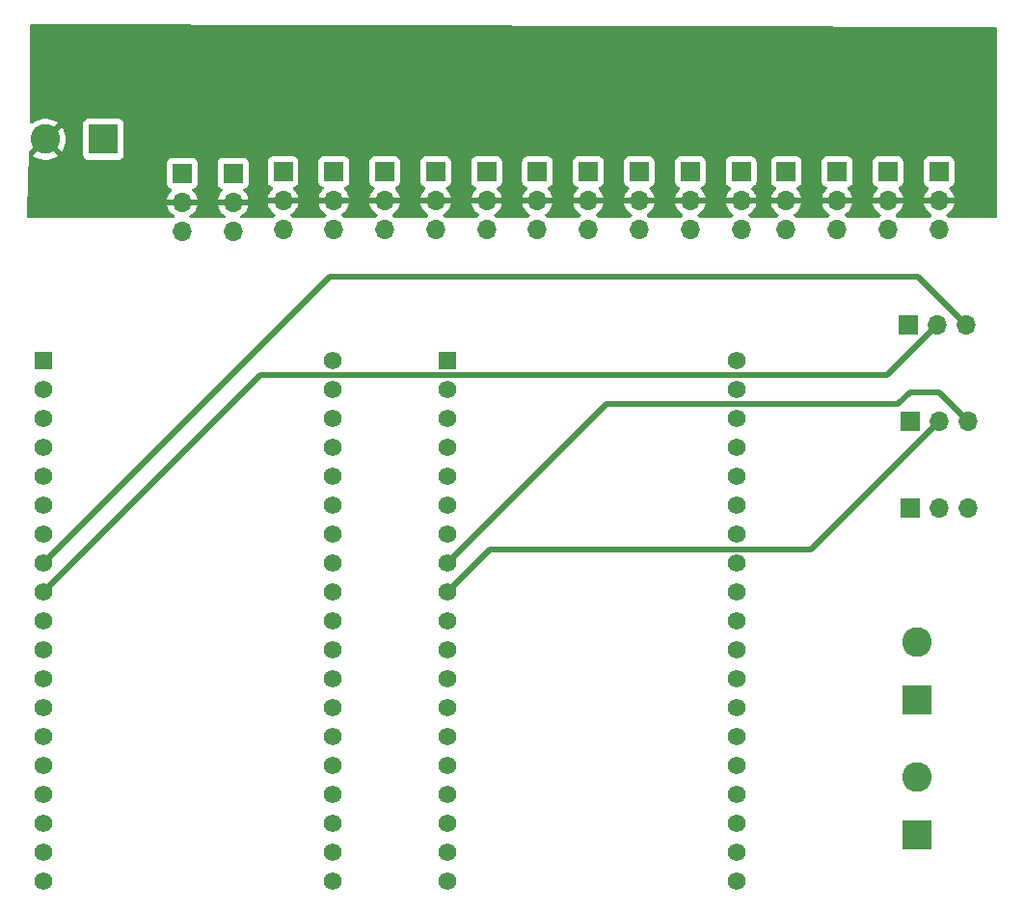
<source format=gbr>
%TF.GenerationSoftware,KiCad,Pcbnew,8.0.8*%
%TF.CreationDate,2025-01-21T20:37:45-05:00*%
%TF.ProjectId,Pit_Droid_Controller,5069745f-4472-46f6-9964-5f436f6e7472,rev?*%
%TF.SameCoordinates,Original*%
%TF.FileFunction,Copper,L3,Inr*%
%TF.FilePolarity,Positive*%
%FSLAX46Y46*%
G04 Gerber Fmt 4.6, Leading zero omitted, Abs format (unit mm)*
G04 Created by KiCad (PCBNEW 8.0.8) date 2025-01-21 20:37:45*
%MOMM*%
%LPD*%
G01*
G04 APERTURE LIST*
%TA.AperFunction,ComponentPad*%
%ADD10R,1.700000X1.700000*%
%TD*%
%TA.AperFunction,ComponentPad*%
%ADD11O,1.700000X1.700000*%
%TD*%
%TA.AperFunction,ComponentPad*%
%ADD12R,1.560000X1.560000*%
%TD*%
%TA.AperFunction,ComponentPad*%
%ADD13C,1.560000*%
%TD*%
%TA.AperFunction,ComponentPad*%
%ADD14R,2.600000X2.600000*%
%TD*%
%TA.AperFunction,ComponentPad*%
%ADD15C,2.600000*%
%TD*%
%TA.AperFunction,Conductor*%
%ADD16C,0.500000*%
%TD*%
G04 APERTURE END LIST*
D10*
%TO.N,GND*%
%TO.C,J7*%
X158083005Y-67005000D03*
D11*
%TO.N,SVR_PWR*%
X158083005Y-69545000D03*
%TO.N,SRV_7*%
X158083005Y-72085000D03*
%TD*%
D10*
%TO.N,GND*%
%TO.C,J17*%
X160020000Y-96520000D03*
D11*
%TO.N,5V*%
X162560000Y-96520000D03*
%TO.N,Misc_1*%
X165100000Y-96520000D03*
%TD*%
D10*
%TO.N,GND*%
%TO.C,J16*%
X127299506Y-67005000D03*
D11*
%TO.N,SVR_PWR*%
X127299506Y-69545000D03*
%TO.N,SRV_16*%
X127299506Y-72085000D03*
%TD*%
D10*
%TO.N,GND*%
%TO.C,J5*%
X149144643Y-67005000D03*
D11*
%TO.N,SVR_PWR*%
X149144643Y-69545000D03*
%TO.N,SRV_5*%
X149144643Y-72085000D03*
%TD*%
D12*
%TO.N,unconnected-(U1-3V3-PadJ2-1)*%
%TO.C,U1*%
X83888000Y-83611000D03*
D13*
%TO.N,unconnected-(U1-EN-PadJ2-2)*%
X83888000Y-86151000D03*
%TO.N,unconnected-(U1-SENSOR_VP-PadJ2-3)*%
X83888000Y-88691000D03*
%TO.N,unconnected-(U1-SENSOR_VN-PadJ2-4)*%
X83888000Y-91231000D03*
%TO.N,unconnected-(U1-IO34-PadJ2-5)*%
X83888000Y-93771000D03*
%TO.N,unconnected-(U1-IO35-PadJ2-6)*%
X83888000Y-96311000D03*
%TO.N,SRV_9*%
X83888000Y-98851000D03*
%TO.N,RA_TX*%
X83888000Y-101391000D03*
%TO.N,RA_RX*%
X83888000Y-103931000D03*
%TO.N,Misc_1*%
X83888000Y-106471000D03*
%TO.N,unconnected-(U1-IO27-PadJ2-11)*%
X83888000Y-109011000D03*
%TO.N,unconnected-(U1-IO14-PadJ2-12)*%
X83888000Y-111551000D03*
%TO.N,unconnected-(U1-IO12-PadJ2-13)*%
X83888000Y-114091000D03*
%TO.N,unconnected-(U1-GND1-PadJ2-14)*%
X83888000Y-116631000D03*
%TO.N,unconnected-(U1-IO13-PadJ2-15)*%
X83888000Y-119171000D03*
%TO.N,unconnected-(U1-SD2-PadJ2-16)*%
X83888000Y-121711000D03*
%TO.N,unconnected-(U1-SD3-PadJ2-17)*%
X83888000Y-124251000D03*
%TO.N,unconnected-(U1-CMD-PadJ2-18)*%
X83888000Y-126791000D03*
%TO.N,5V*%
X83888000Y-129331000D03*
%TO.N,GND*%
X109288000Y-83611000D03*
%TO.N,SRV_15*%
X109288000Y-86151000D03*
%TO.N,SRV_16*%
X109288000Y-88691000D03*
%TO.N,unconnected-(U1-TXD0-PadJ3-4)*%
X109288000Y-91231000D03*
%TO.N,unconnected-(U1-RXD0-PadJ3-5)*%
X109288000Y-93771000D03*
%TO.N,SRV_14*%
X109288000Y-96311000D03*
%TO.N,unconnected-(U1-GND2-PadJ3-7)*%
X109288000Y-98851000D03*
%TO.N,SRV_13*%
X109288000Y-101391000D03*
%TO.N,SRV_12*%
X109288000Y-103931000D03*
%TO.N,unconnected-(U1-IO5-PadJ3-10)*%
X109288000Y-106471000D03*
%TO.N,SRV_11*%
X109288000Y-109011000D03*
%TO.N,SRV_10*%
X109288000Y-111551000D03*
%TO.N,unconnected-(U1-IO4-PadJ3-13)*%
X109288000Y-114091000D03*
%TO.N,unconnected-(U1-IO0-PadJ3-14)*%
X109288000Y-116631000D03*
%TO.N,unconnected-(U1-IO2-PadJ3-15)*%
X109288000Y-119171000D03*
%TO.N,unconnected-(U1-IO15-PadJ3-16)*%
X109288000Y-121711000D03*
%TO.N,unconnected-(U1-SD1-PadJ3-17)*%
X109288000Y-124251000D03*
%TO.N,unconnected-(U1-SD0-PadJ3-18)*%
X109288000Y-126791000D03*
%TO.N,unconnected-(U1-CLK-PadJ3-19)*%
X109288000Y-129331000D03*
%TD*%
D10*
%TO.N,GND*%
%TO.C,J15*%
X122830325Y-67005000D03*
D11*
%TO.N,SVR_PWR*%
X122830325Y-69545000D03*
%TO.N,SRV_15*%
X122830325Y-72085000D03*
%TD*%
D10*
%TO.N,GND*%
%TO.C,J2*%
X136237868Y-67005000D03*
D11*
%TO.N,SVR_PWR*%
X136237868Y-69545000D03*
%TO.N,SRV_2*%
X136237868Y-72085000D03*
%TD*%
D14*
%TO.N,GND*%
%TO.C,J50*%
X89171000Y-64155000D03*
D15*
%TO.N,SVR_PWR*%
X84091000Y-64155000D03*
%TD*%
D10*
%TO.N,GND*%
%TO.C,J13*%
X113891963Y-67005000D03*
D11*
%TO.N,SVR_PWR*%
X113891963Y-69545000D03*
%TO.N,SRV_13*%
X113891963Y-72085000D03*
%TD*%
D10*
%TO.N,GND*%
%TO.C,J11*%
X104953601Y-67005000D03*
D11*
%TO.N,SVR_PWR*%
X104953601Y-69545000D03*
%TO.N,SRV_11*%
X104953601Y-72085000D03*
%TD*%
D10*
%TO.N,GND*%
%TO.C,J6*%
X153613824Y-67005000D03*
D11*
%TO.N,SVR_PWR*%
X153613824Y-69545000D03*
%TO.N,SRV_6*%
X153613824Y-72085000D03*
%TD*%
D12*
%TO.N,unconnected-(U4-3V3-PadJ2-1)*%
%TO.C,U4*%
X119380000Y-83611000D03*
D13*
%TO.N,unconnected-(U4-EN-PadJ2-2)*%
X119380000Y-86151000D03*
%TO.N,unconnected-(U4-SENSOR_VP-PadJ2-3)*%
X119380000Y-88691000D03*
%TO.N,unconnected-(U4-SENSOR_VN-PadJ2-4)*%
X119380000Y-91231000D03*
%TO.N,unconnected-(U4-IO34-PadJ2-5)*%
X119380000Y-93771000D03*
%TO.N,unconnected-(U4-IO35-PadJ2-6)*%
X119380000Y-96311000D03*
%TO.N,SRV_1*%
X119380000Y-98851000D03*
%TO.N,LA_TX*%
X119380000Y-101391000D03*
%TO.N,LA_RX*%
X119380000Y-103931000D03*
%TO.N,unconnected-(U4-IO26-PadJ2-10)*%
X119380000Y-106471000D03*
%TO.N,unconnected-(U4-IO27-PadJ2-11)*%
X119380000Y-109011000D03*
%TO.N,unconnected-(U4-IO14-PadJ2-12)*%
X119380000Y-111551000D03*
%TO.N,unconnected-(U4-IO12-PadJ2-13)*%
X119380000Y-114091000D03*
%TO.N,unconnected-(U4-GND1-PadJ2-14)*%
X119380000Y-116631000D03*
%TO.N,unconnected-(U4-IO13-PadJ2-15)*%
X119380000Y-119171000D03*
%TO.N,unconnected-(U4-SD2-PadJ2-16)*%
X119380000Y-121711000D03*
%TO.N,unconnected-(U4-SD3-PadJ2-17)*%
X119380000Y-124251000D03*
%TO.N,unconnected-(U4-CMD-PadJ2-18)*%
X119380000Y-126791000D03*
%TO.N,5V*%
X119380000Y-129331000D03*
%TO.N,GND*%
X144780000Y-83611000D03*
%TO.N,SRV_5*%
X144780000Y-86151000D03*
%TO.N,SRV_6*%
X144780000Y-88691000D03*
%TO.N,unconnected-(U4-TXD0-PadJ3-4)*%
X144780000Y-91231000D03*
%TO.N,unconnected-(U4-RXD0-PadJ3-5)*%
X144780000Y-93771000D03*
%TO.N,SRV_7*%
X144780000Y-96311000D03*
%TO.N,unconnected-(U4-GND2-PadJ3-7)*%
X144780000Y-98851000D03*
%TO.N,SRV_8*%
X144780000Y-101391000D03*
%TO.N,SRV_4*%
X144780000Y-103931000D03*
%TO.N,unconnected-(U4-IO5-PadJ3-10)*%
X144780000Y-106471000D03*
%TO.N,SRV_3*%
X144780000Y-109011000D03*
%TO.N,SRV_2*%
X144780000Y-111551000D03*
%TO.N,unconnected-(U4-IO4-PadJ3-13)*%
X144780000Y-114091000D03*
%TO.N,unconnected-(U4-IO0-PadJ3-14)*%
X144780000Y-116631000D03*
%TO.N,unconnected-(U4-IO2-PadJ3-15)*%
X144780000Y-119171000D03*
%TO.N,unconnected-(U4-IO15-PadJ3-16)*%
X144780000Y-121711000D03*
%TO.N,unconnected-(U4-SD1-PadJ3-17)*%
X144780000Y-124251000D03*
%TO.N,unconnected-(U4-SD0-PadJ3-18)*%
X144780000Y-126791000D03*
%TO.N,unconnected-(U4-CLK-PadJ3-19)*%
X144780000Y-129331000D03*
%TD*%
D10*
%TO.N,GND*%
%TO.C,J32*%
X159894084Y-80488027D03*
D11*
%TO.N,RA_RX*%
X162434084Y-80488027D03*
%TO.N,RA_TX*%
X164974084Y-80488027D03*
%TD*%
D10*
%TO.N,GND*%
%TO.C,J3*%
X140707049Y-67005000D03*
D11*
%TO.N,SVR_PWR*%
X140707049Y-69545000D03*
%TO.N,SRV_3*%
X140707049Y-72085000D03*
%TD*%
D10*
%TO.N,GND*%
%TO.C,J1*%
X131768687Y-67005000D03*
D11*
%TO.N,SVR_PWR*%
X131768687Y-69545000D03*
%TO.N,SRV_1*%
X131768687Y-72085000D03*
%TD*%
D10*
%TO.N,GND*%
%TO.C,J4*%
X145176230Y-67005000D03*
D11*
%TO.N,SVR_PWR*%
X145176230Y-69545000D03*
%TO.N,SRV_4*%
X145176230Y-72085000D03*
%TD*%
D14*
%TO.N,GND*%
%TO.C,J51*%
X160636000Y-125267000D03*
D15*
%TO.N,5V*%
X160636000Y-120187000D03*
%TD*%
D10*
%TO.N,GND*%
%TO.C,J9*%
X96095133Y-67142489D03*
D11*
%TO.N,SVR_PWR*%
X96095133Y-69682489D03*
%TO.N,SRV_9*%
X96095133Y-72222489D03*
%TD*%
D14*
%TO.N,GND*%
%TO.C,J28*%
X160636000Y-113353000D03*
D15*
%TO.N,5V*%
X160636000Y-108273000D03*
%TD*%
D10*
%TO.N,GND*%
%TO.C,J12*%
X109422782Y-67005000D03*
D11*
%TO.N,SVR_PWR*%
X109422782Y-69545000D03*
%TO.N,SRV_12*%
X109422782Y-72085000D03*
%TD*%
D10*
%TO.N,GND*%
%TO.C,J14*%
X118361144Y-67005000D03*
D11*
%TO.N,SVR_PWR*%
X118361144Y-69545000D03*
%TO.N,SRV_14*%
X118361144Y-72085000D03*
%TD*%
D10*
%TO.N,GND*%
%TO.C,J31*%
X160020000Y-88900000D03*
D11*
%TO.N,LA_RX*%
X162560000Y-88900000D03*
%TO.N,LA_TX*%
X165100000Y-88900000D03*
%TD*%
D10*
%TO.N,GND*%
%TO.C,J10*%
X100564315Y-67142489D03*
D11*
%TO.N,SVR_PWR*%
X100564315Y-69682489D03*
%TO.N,SRV_10*%
X100564315Y-72222489D03*
%TD*%
D10*
%TO.N,GND*%
%TO.C,J8*%
X162552186Y-67005000D03*
D11*
%TO.N,SVR_PWR*%
X162552186Y-69545000D03*
%TO.N,SRV_8*%
X162552186Y-72085000D03*
%TD*%
D16*
%TO.N,LA_RX*%
X151298528Y-100161472D02*
X162560000Y-88900000D01*
X123149528Y-100161472D02*
X151298528Y-100161472D01*
X119380000Y-103931000D02*
X123149528Y-100161472D01*
%TO.N,LA_TX*%
X119380000Y-101391000D02*
X133339410Y-87431590D01*
X162560000Y-86360000D02*
X165100000Y-88900000D01*
X160020000Y-86360000D02*
X162560000Y-86360000D01*
X133339410Y-87431590D02*
X158948410Y-87431590D01*
X158948410Y-87431590D02*
X160020000Y-86360000D01*
%TO.N,RA_RX*%
X102926416Y-84892584D02*
X158029527Y-84892584D01*
X158029527Y-84892584D02*
X162434084Y-80488027D01*
X83888000Y-103931000D02*
X102926416Y-84892584D01*
%TO.N,RA_TX*%
X164974084Y-80488027D02*
X164974084Y-80488028D01*
X109079000Y-76200000D02*
X160686057Y-76200000D01*
X160686057Y-76200000D02*
X164974084Y-80488027D01*
X83888000Y-101391000D02*
X109079000Y-76200000D01*
%TD*%
%TA.AperFunction,Conductor*%
%TO.N,SVR_PWR*%
G36*
X167516371Y-54304630D02*
G01*
X167583351Y-54324515D01*
X167628948Y-54377455D01*
X167640000Y-54428629D01*
X167640000Y-70945000D01*
X167620315Y-71012039D01*
X167567511Y-71057794D01*
X167516000Y-71069000D01*
X163494811Y-71069000D01*
X163427772Y-71049315D01*
X163423687Y-71046575D01*
X163237591Y-70916269D01*
X163193967Y-70861692D01*
X163186774Y-70792193D01*
X163218296Y-70729839D01*
X163237591Y-70713119D01*
X163423268Y-70583105D01*
X163590291Y-70416082D01*
X163725786Y-70222578D01*
X163825615Y-70008492D01*
X163825618Y-70008486D01*
X163882822Y-69795000D01*
X162985198Y-69795000D01*
X163018111Y-69737993D01*
X163052186Y-69610826D01*
X163052186Y-69479174D01*
X163018111Y-69352007D01*
X162985198Y-69295000D01*
X163882822Y-69295000D01*
X163882821Y-69294999D01*
X163825618Y-69081513D01*
X163825615Y-69081507D01*
X163725786Y-68867422D01*
X163725785Y-68867420D01*
X163590299Y-68673926D01*
X163590294Y-68673920D01*
X163468239Y-68551865D01*
X163434754Y-68490542D01*
X163439738Y-68420850D01*
X163481610Y-68364917D01*
X163512586Y-68348002D01*
X163644517Y-68298796D01*
X163759732Y-68212546D01*
X163845982Y-68097331D01*
X163896277Y-67962483D01*
X163902686Y-67902873D01*
X163902685Y-66107128D01*
X163896277Y-66047517D01*
X163861770Y-65955000D01*
X163845983Y-65912671D01*
X163845979Y-65912664D01*
X163759733Y-65797455D01*
X163759730Y-65797452D01*
X163644521Y-65711206D01*
X163644514Y-65711202D01*
X163509668Y-65660908D01*
X163509669Y-65660908D01*
X163450069Y-65654501D01*
X163450067Y-65654500D01*
X163450059Y-65654500D01*
X163450050Y-65654500D01*
X161654315Y-65654500D01*
X161654309Y-65654501D01*
X161594702Y-65660908D01*
X161459857Y-65711202D01*
X161459850Y-65711206D01*
X161344641Y-65797452D01*
X161344638Y-65797455D01*
X161258392Y-65912664D01*
X161258388Y-65912671D01*
X161208094Y-66047517D01*
X161201687Y-66107116D01*
X161201687Y-66107123D01*
X161201686Y-66107135D01*
X161201686Y-67902870D01*
X161201687Y-67902876D01*
X161208094Y-67962483D01*
X161258388Y-68097328D01*
X161258392Y-68097335D01*
X161344638Y-68212544D01*
X161344641Y-68212547D01*
X161459850Y-68298793D01*
X161459857Y-68298797D01*
X161459860Y-68298798D01*
X161591784Y-68348002D01*
X161647717Y-68389873D01*
X161672135Y-68455337D01*
X161657284Y-68523610D01*
X161636133Y-68551865D01*
X161514072Y-68673926D01*
X161378586Y-68867420D01*
X161378585Y-68867422D01*
X161278756Y-69081507D01*
X161278753Y-69081513D01*
X161221550Y-69294999D01*
X161221550Y-69295000D01*
X162119174Y-69295000D01*
X162086261Y-69352007D01*
X162052186Y-69479174D01*
X162052186Y-69610826D01*
X162086261Y-69737993D01*
X162119174Y-69795000D01*
X161221550Y-69795000D01*
X161278753Y-70008486D01*
X161278756Y-70008492D01*
X161378585Y-70222578D01*
X161514080Y-70416082D01*
X161681103Y-70583105D01*
X161866781Y-70713119D01*
X161910405Y-70767696D01*
X161917598Y-70837195D01*
X161886076Y-70899549D01*
X161866781Y-70916269D01*
X161680685Y-71046575D01*
X161614478Y-71068902D01*
X161609561Y-71069000D01*
X159025630Y-71069000D01*
X158958591Y-71049315D01*
X158954506Y-71046575D01*
X158768410Y-70916269D01*
X158724786Y-70861692D01*
X158717593Y-70792193D01*
X158749115Y-70729839D01*
X158768410Y-70713119D01*
X158954087Y-70583105D01*
X159121110Y-70416082D01*
X159256605Y-70222578D01*
X159356434Y-70008492D01*
X159356437Y-70008486D01*
X159413641Y-69795000D01*
X158516017Y-69795000D01*
X158548930Y-69737993D01*
X158583005Y-69610826D01*
X158583005Y-69479174D01*
X158548930Y-69352007D01*
X158516017Y-69295000D01*
X159413641Y-69295000D01*
X159413640Y-69294999D01*
X159356437Y-69081513D01*
X159356434Y-69081507D01*
X159256605Y-68867422D01*
X159256604Y-68867420D01*
X159121118Y-68673926D01*
X159121113Y-68673920D01*
X158999058Y-68551865D01*
X158965573Y-68490542D01*
X158970557Y-68420850D01*
X159012429Y-68364917D01*
X159043405Y-68348002D01*
X159175336Y-68298796D01*
X159290551Y-68212546D01*
X159376801Y-68097331D01*
X159427096Y-67962483D01*
X159433505Y-67902873D01*
X159433504Y-66107128D01*
X159427096Y-66047517D01*
X159392589Y-65955000D01*
X159376802Y-65912671D01*
X159376798Y-65912664D01*
X159290552Y-65797455D01*
X159290549Y-65797452D01*
X159175340Y-65711206D01*
X159175333Y-65711202D01*
X159040487Y-65660908D01*
X159040488Y-65660908D01*
X158980888Y-65654501D01*
X158980886Y-65654500D01*
X158980878Y-65654500D01*
X158980869Y-65654500D01*
X157185134Y-65654500D01*
X157185128Y-65654501D01*
X157125521Y-65660908D01*
X156990676Y-65711202D01*
X156990669Y-65711206D01*
X156875460Y-65797452D01*
X156875457Y-65797455D01*
X156789211Y-65912664D01*
X156789207Y-65912671D01*
X156738913Y-66047517D01*
X156732506Y-66107116D01*
X156732506Y-66107123D01*
X156732505Y-66107135D01*
X156732505Y-67902870D01*
X156732506Y-67902876D01*
X156738913Y-67962483D01*
X156789207Y-68097328D01*
X156789211Y-68097335D01*
X156875457Y-68212544D01*
X156875460Y-68212547D01*
X156990669Y-68298793D01*
X156990676Y-68298797D01*
X156990679Y-68298798D01*
X157122603Y-68348002D01*
X157178536Y-68389873D01*
X157202954Y-68455337D01*
X157188103Y-68523610D01*
X157166952Y-68551865D01*
X157044891Y-68673926D01*
X156909405Y-68867420D01*
X156909404Y-68867422D01*
X156809575Y-69081507D01*
X156809572Y-69081513D01*
X156752369Y-69294999D01*
X156752369Y-69295000D01*
X157649993Y-69295000D01*
X157617080Y-69352007D01*
X157583005Y-69479174D01*
X157583005Y-69610826D01*
X157617080Y-69737993D01*
X157649993Y-69795000D01*
X156752369Y-69795000D01*
X156809572Y-70008486D01*
X156809575Y-70008492D01*
X156909404Y-70222578D01*
X157044899Y-70416082D01*
X157211922Y-70583105D01*
X157397600Y-70713119D01*
X157441224Y-70767696D01*
X157448417Y-70837195D01*
X157416895Y-70899549D01*
X157397600Y-70916269D01*
X157211504Y-71046575D01*
X157145297Y-71068902D01*
X157140380Y-71069000D01*
X154556449Y-71069000D01*
X154489410Y-71049315D01*
X154485325Y-71046575D01*
X154299229Y-70916269D01*
X154255605Y-70861692D01*
X154248412Y-70792193D01*
X154279934Y-70729839D01*
X154299229Y-70713119D01*
X154484906Y-70583105D01*
X154651929Y-70416082D01*
X154787424Y-70222578D01*
X154887253Y-70008492D01*
X154887256Y-70008486D01*
X154944460Y-69795000D01*
X154046836Y-69795000D01*
X154079749Y-69737993D01*
X154113824Y-69610826D01*
X154113824Y-69479174D01*
X154079749Y-69352007D01*
X154046836Y-69295000D01*
X154944460Y-69295000D01*
X154944459Y-69294999D01*
X154887256Y-69081513D01*
X154887253Y-69081507D01*
X154787424Y-68867422D01*
X154787423Y-68867420D01*
X154651937Y-68673926D01*
X154651932Y-68673920D01*
X154529877Y-68551865D01*
X154496392Y-68490542D01*
X154501376Y-68420850D01*
X154543248Y-68364917D01*
X154574224Y-68348002D01*
X154706155Y-68298796D01*
X154821370Y-68212546D01*
X154907620Y-68097331D01*
X154957915Y-67962483D01*
X154964324Y-67902873D01*
X154964323Y-66107128D01*
X154957915Y-66047517D01*
X154923408Y-65955000D01*
X154907621Y-65912671D01*
X154907617Y-65912664D01*
X154821371Y-65797455D01*
X154821368Y-65797452D01*
X154706159Y-65711206D01*
X154706152Y-65711202D01*
X154571306Y-65660908D01*
X154571307Y-65660908D01*
X154511707Y-65654501D01*
X154511705Y-65654500D01*
X154511697Y-65654500D01*
X154511688Y-65654500D01*
X152715953Y-65654500D01*
X152715947Y-65654501D01*
X152656340Y-65660908D01*
X152521495Y-65711202D01*
X152521488Y-65711206D01*
X152406279Y-65797452D01*
X152406276Y-65797455D01*
X152320030Y-65912664D01*
X152320026Y-65912671D01*
X152269732Y-66047517D01*
X152263325Y-66107116D01*
X152263325Y-66107123D01*
X152263324Y-66107135D01*
X152263324Y-67902870D01*
X152263325Y-67902876D01*
X152269732Y-67962483D01*
X152320026Y-68097328D01*
X152320030Y-68097335D01*
X152406276Y-68212544D01*
X152406279Y-68212547D01*
X152521488Y-68298793D01*
X152521495Y-68298797D01*
X152521498Y-68298798D01*
X152653422Y-68348002D01*
X152709355Y-68389873D01*
X152733773Y-68455337D01*
X152718922Y-68523610D01*
X152697771Y-68551865D01*
X152575710Y-68673926D01*
X152440224Y-68867420D01*
X152440223Y-68867422D01*
X152340394Y-69081507D01*
X152340391Y-69081513D01*
X152283188Y-69294999D01*
X152283188Y-69295000D01*
X153180812Y-69295000D01*
X153147899Y-69352007D01*
X153113824Y-69479174D01*
X153113824Y-69610826D01*
X153147899Y-69737993D01*
X153180812Y-69795000D01*
X152283188Y-69795000D01*
X152340391Y-70008486D01*
X152340394Y-70008492D01*
X152440223Y-70222578D01*
X152575718Y-70416082D01*
X152742741Y-70583105D01*
X152928419Y-70713119D01*
X152972043Y-70767696D01*
X152979236Y-70837195D01*
X152947714Y-70899549D01*
X152928419Y-70916269D01*
X152742323Y-71046575D01*
X152676116Y-71068902D01*
X152671199Y-71069000D01*
X150087268Y-71069000D01*
X150020229Y-71049315D01*
X150016144Y-71046575D01*
X149830048Y-70916269D01*
X149786424Y-70861692D01*
X149779231Y-70792193D01*
X149810753Y-70729839D01*
X149830048Y-70713119D01*
X150015725Y-70583105D01*
X150182748Y-70416082D01*
X150318243Y-70222578D01*
X150418072Y-70008492D01*
X150418075Y-70008486D01*
X150475279Y-69795000D01*
X149577655Y-69795000D01*
X149610568Y-69737993D01*
X149644643Y-69610826D01*
X149644643Y-69479174D01*
X149610568Y-69352007D01*
X149577655Y-69295000D01*
X150475279Y-69295000D01*
X150475278Y-69294999D01*
X150418075Y-69081513D01*
X150418072Y-69081507D01*
X150318243Y-68867422D01*
X150318242Y-68867420D01*
X150182756Y-68673926D01*
X150182751Y-68673920D01*
X150060696Y-68551865D01*
X150027211Y-68490542D01*
X150032195Y-68420850D01*
X150074067Y-68364917D01*
X150105043Y-68348002D01*
X150236974Y-68298796D01*
X150352189Y-68212546D01*
X150438439Y-68097331D01*
X150488734Y-67962483D01*
X150495143Y-67902873D01*
X150495142Y-66107128D01*
X150488734Y-66047517D01*
X150454227Y-65955000D01*
X150438440Y-65912671D01*
X150438436Y-65912664D01*
X150352190Y-65797455D01*
X150352187Y-65797452D01*
X150236978Y-65711206D01*
X150236971Y-65711202D01*
X150102125Y-65660908D01*
X150102126Y-65660908D01*
X150042526Y-65654501D01*
X150042524Y-65654500D01*
X150042516Y-65654500D01*
X150042507Y-65654500D01*
X148246772Y-65654500D01*
X148246766Y-65654501D01*
X148187159Y-65660908D01*
X148052314Y-65711202D01*
X148052307Y-65711206D01*
X147937098Y-65797452D01*
X147937095Y-65797455D01*
X147850849Y-65912664D01*
X147850845Y-65912671D01*
X147800551Y-66047517D01*
X147794144Y-66107116D01*
X147794144Y-66107123D01*
X147794143Y-66107135D01*
X147794143Y-67902870D01*
X147794144Y-67902876D01*
X147800551Y-67962483D01*
X147850845Y-68097328D01*
X147850849Y-68097335D01*
X147937095Y-68212544D01*
X147937098Y-68212547D01*
X148052307Y-68298793D01*
X148052314Y-68298797D01*
X148052317Y-68298798D01*
X148184241Y-68348002D01*
X148240174Y-68389873D01*
X148264592Y-68455337D01*
X148249741Y-68523610D01*
X148228590Y-68551865D01*
X148106529Y-68673926D01*
X147971043Y-68867420D01*
X147971042Y-68867422D01*
X147871213Y-69081507D01*
X147871210Y-69081513D01*
X147814007Y-69294999D01*
X147814007Y-69295000D01*
X148711631Y-69295000D01*
X148678718Y-69352007D01*
X148644643Y-69479174D01*
X148644643Y-69610826D01*
X148678718Y-69737993D01*
X148711631Y-69795000D01*
X147814007Y-69795000D01*
X147871210Y-70008486D01*
X147871213Y-70008492D01*
X147971042Y-70222578D01*
X148106537Y-70416082D01*
X148273560Y-70583105D01*
X148459238Y-70713119D01*
X148502862Y-70767696D01*
X148510055Y-70837195D01*
X148478533Y-70899549D01*
X148459238Y-70916269D01*
X148273142Y-71046575D01*
X148206935Y-71068902D01*
X148202018Y-71069000D01*
X146118855Y-71069000D01*
X146051816Y-71049315D01*
X146047731Y-71046575D01*
X145861635Y-70916269D01*
X145818011Y-70861692D01*
X145810818Y-70792193D01*
X145842340Y-70729839D01*
X145861635Y-70713119D01*
X146047312Y-70583105D01*
X146214335Y-70416082D01*
X146349830Y-70222578D01*
X146449659Y-70008492D01*
X146449662Y-70008486D01*
X146506866Y-69795000D01*
X145609242Y-69795000D01*
X145642155Y-69737993D01*
X145676230Y-69610826D01*
X145676230Y-69479174D01*
X145642155Y-69352007D01*
X145609242Y-69295000D01*
X146506866Y-69295000D01*
X146506865Y-69294999D01*
X146449662Y-69081513D01*
X146449659Y-69081507D01*
X146349830Y-68867422D01*
X146349829Y-68867420D01*
X146214343Y-68673926D01*
X146214338Y-68673920D01*
X146092283Y-68551865D01*
X146058798Y-68490542D01*
X146063782Y-68420850D01*
X146105654Y-68364917D01*
X146136630Y-68348002D01*
X146268561Y-68298796D01*
X146383776Y-68212546D01*
X146470026Y-68097331D01*
X146520321Y-67962483D01*
X146526730Y-67902873D01*
X146526729Y-66107128D01*
X146520321Y-66047517D01*
X146485814Y-65955000D01*
X146470027Y-65912671D01*
X146470023Y-65912664D01*
X146383777Y-65797455D01*
X146383774Y-65797452D01*
X146268565Y-65711206D01*
X146268558Y-65711202D01*
X146133712Y-65660908D01*
X146133713Y-65660908D01*
X146074113Y-65654501D01*
X146074111Y-65654500D01*
X146074103Y-65654500D01*
X146074094Y-65654500D01*
X144278359Y-65654500D01*
X144278353Y-65654501D01*
X144218746Y-65660908D01*
X144083901Y-65711202D01*
X144083894Y-65711206D01*
X143968685Y-65797452D01*
X143968682Y-65797455D01*
X143882436Y-65912664D01*
X143882432Y-65912671D01*
X143832138Y-66047517D01*
X143825731Y-66107116D01*
X143825731Y-66107123D01*
X143825730Y-66107135D01*
X143825730Y-67902870D01*
X143825731Y-67902876D01*
X143832138Y-67962483D01*
X143882432Y-68097328D01*
X143882436Y-68097335D01*
X143968682Y-68212544D01*
X143968685Y-68212547D01*
X144083894Y-68298793D01*
X144083901Y-68298797D01*
X144083904Y-68298798D01*
X144215828Y-68348002D01*
X144271761Y-68389873D01*
X144296179Y-68455337D01*
X144281328Y-68523610D01*
X144260177Y-68551865D01*
X144138116Y-68673926D01*
X144002630Y-68867420D01*
X144002629Y-68867422D01*
X143902800Y-69081507D01*
X143902797Y-69081513D01*
X143845594Y-69294999D01*
X143845594Y-69295000D01*
X144743218Y-69295000D01*
X144710305Y-69352007D01*
X144676230Y-69479174D01*
X144676230Y-69610826D01*
X144710305Y-69737993D01*
X144743218Y-69795000D01*
X143845594Y-69795000D01*
X143902797Y-70008486D01*
X143902800Y-70008492D01*
X144002629Y-70222578D01*
X144138124Y-70416082D01*
X144305147Y-70583105D01*
X144490825Y-70713119D01*
X144534449Y-70767696D01*
X144541642Y-70837195D01*
X144510120Y-70899549D01*
X144490825Y-70916269D01*
X144304729Y-71046575D01*
X144238522Y-71068902D01*
X144233605Y-71069000D01*
X141649674Y-71069000D01*
X141582635Y-71049315D01*
X141578550Y-71046575D01*
X141392454Y-70916269D01*
X141348830Y-70861692D01*
X141341637Y-70792193D01*
X141373159Y-70729839D01*
X141392454Y-70713119D01*
X141578131Y-70583105D01*
X141745154Y-70416082D01*
X141880649Y-70222578D01*
X141980478Y-70008492D01*
X141980481Y-70008486D01*
X142037685Y-69795000D01*
X141140061Y-69795000D01*
X141172974Y-69737993D01*
X141207049Y-69610826D01*
X141207049Y-69479174D01*
X141172974Y-69352007D01*
X141140061Y-69295000D01*
X142037685Y-69295000D01*
X142037684Y-69294999D01*
X141980481Y-69081513D01*
X141980478Y-69081507D01*
X141880649Y-68867422D01*
X141880648Y-68867420D01*
X141745162Y-68673926D01*
X141745157Y-68673920D01*
X141623102Y-68551865D01*
X141589617Y-68490542D01*
X141594601Y-68420850D01*
X141636473Y-68364917D01*
X141667449Y-68348002D01*
X141799380Y-68298796D01*
X141914595Y-68212546D01*
X142000845Y-68097331D01*
X142051140Y-67962483D01*
X142057549Y-67902873D01*
X142057548Y-66107128D01*
X142051140Y-66047517D01*
X142016633Y-65955000D01*
X142000846Y-65912671D01*
X142000842Y-65912664D01*
X141914596Y-65797455D01*
X141914593Y-65797452D01*
X141799384Y-65711206D01*
X141799377Y-65711202D01*
X141664531Y-65660908D01*
X141664532Y-65660908D01*
X141604932Y-65654501D01*
X141604930Y-65654500D01*
X141604922Y-65654500D01*
X141604913Y-65654500D01*
X139809178Y-65654500D01*
X139809172Y-65654501D01*
X139749565Y-65660908D01*
X139614720Y-65711202D01*
X139614713Y-65711206D01*
X139499504Y-65797452D01*
X139499501Y-65797455D01*
X139413255Y-65912664D01*
X139413251Y-65912671D01*
X139362957Y-66047517D01*
X139356550Y-66107116D01*
X139356550Y-66107123D01*
X139356549Y-66107135D01*
X139356549Y-67902870D01*
X139356550Y-67902876D01*
X139362957Y-67962483D01*
X139413251Y-68097328D01*
X139413255Y-68097335D01*
X139499501Y-68212544D01*
X139499504Y-68212547D01*
X139614713Y-68298793D01*
X139614720Y-68298797D01*
X139614723Y-68298798D01*
X139746647Y-68348002D01*
X139802580Y-68389873D01*
X139826998Y-68455337D01*
X139812147Y-68523610D01*
X139790996Y-68551865D01*
X139668935Y-68673926D01*
X139533449Y-68867420D01*
X139533448Y-68867422D01*
X139433619Y-69081507D01*
X139433616Y-69081513D01*
X139376413Y-69294999D01*
X139376413Y-69295000D01*
X140274037Y-69295000D01*
X140241124Y-69352007D01*
X140207049Y-69479174D01*
X140207049Y-69610826D01*
X140241124Y-69737993D01*
X140274037Y-69795000D01*
X139376413Y-69795000D01*
X139433616Y-70008486D01*
X139433619Y-70008492D01*
X139533448Y-70222578D01*
X139668943Y-70416082D01*
X139835966Y-70583105D01*
X140021644Y-70713119D01*
X140065268Y-70767696D01*
X140072461Y-70837195D01*
X140040939Y-70899549D01*
X140021644Y-70916269D01*
X139835548Y-71046575D01*
X139769341Y-71068902D01*
X139764424Y-71069000D01*
X137180493Y-71069000D01*
X137113454Y-71049315D01*
X137109369Y-71046575D01*
X136923273Y-70916269D01*
X136879649Y-70861692D01*
X136872456Y-70792193D01*
X136903978Y-70729839D01*
X136923273Y-70713119D01*
X137108950Y-70583105D01*
X137275973Y-70416082D01*
X137411468Y-70222578D01*
X137511297Y-70008492D01*
X137511300Y-70008486D01*
X137568504Y-69795000D01*
X136670880Y-69795000D01*
X136703793Y-69737993D01*
X136737868Y-69610826D01*
X136737868Y-69479174D01*
X136703793Y-69352007D01*
X136670880Y-69295000D01*
X137568504Y-69295000D01*
X137568503Y-69294999D01*
X137511300Y-69081513D01*
X137511297Y-69081507D01*
X137411468Y-68867422D01*
X137411467Y-68867420D01*
X137275981Y-68673926D01*
X137275976Y-68673920D01*
X137153921Y-68551865D01*
X137120436Y-68490542D01*
X137125420Y-68420850D01*
X137167292Y-68364917D01*
X137198268Y-68348002D01*
X137330199Y-68298796D01*
X137445414Y-68212546D01*
X137531664Y-68097331D01*
X137581959Y-67962483D01*
X137588368Y-67902873D01*
X137588367Y-66107128D01*
X137581959Y-66047517D01*
X137547452Y-65955000D01*
X137531665Y-65912671D01*
X137531661Y-65912664D01*
X137445415Y-65797455D01*
X137445412Y-65797452D01*
X137330203Y-65711206D01*
X137330196Y-65711202D01*
X137195350Y-65660908D01*
X137195351Y-65660908D01*
X137135751Y-65654501D01*
X137135749Y-65654500D01*
X137135741Y-65654500D01*
X137135732Y-65654500D01*
X135339997Y-65654500D01*
X135339991Y-65654501D01*
X135280384Y-65660908D01*
X135145539Y-65711202D01*
X135145532Y-65711206D01*
X135030323Y-65797452D01*
X135030320Y-65797455D01*
X134944074Y-65912664D01*
X134944070Y-65912671D01*
X134893776Y-66047517D01*
X134887369Y-66107116D01*
X134887369Y-66107123D01*
X134887368Y-66107135D01*
X134887368Y-67902870D01*
X134887369Y-67902876D01*
X134893776Y-67962483D01*
X134944070Y-68097328D01*
X134944074Y-68097335D01*
X135030320Y-68212544D01*
X135030323Y-68212547D01*
X135145532Y-68298793D01*
X135145539Y-68298797D01*
X135145542Y-68298798D01*
X135277466Y-68348002D01*
X135333399Y-68389873D01*
X135357817Y-68455337D01*
X135342966Y-68523610D01*
X135321815Y-68551865D01*
X135199754Y-68673926D01*
X135064268Y-68867420D01*
X135064267Y-68867422D01*
X134964438Y-69081507D01*
X134964435Y-69081513D01*
X134907232Y-69294999D01*
X134907232Y-69295000D01*
X135804856Y-69295000D01*
X135771943Y-69352007D01*
X135737868Y-69479174D01*
X135737868Y-69610826D01*
X135771943Y-69737993D01*
X135804856Y-69795000D01*
X134907232Y-69795000D01*
X134964435Y-70008486D01*
X134964438Y-70008492D01*
X135064267Y-70222578D01*
X135199762Y-70416082D01*
X135366785Y-70583105D01*
X135552463Y-70713119D01*
X135596087Y-70767696D01*
X135603280Y-70837195D01*
X135571758Y-70899549D01*
X135552463Y-70916269D01*
X135366367Y-71046575D01*
X135300160Y-71068902D01*
X135295243Y-71069000D01*
X132711312Y-71069000D01*
X132644273Y-71049315D01*
X132640188Y-71046575D01*
X132454092Y-70916269D01*
X132410468Y-70861692D01*
X132403275Y-70792193D01*
X132434797Y-70729839D01*
X132454092Y-70713119D01*
X132639769Y-70583105D01*
X132806792Y-70416082D01*
X132942287Y-70222578D01*
X133042116Y-70008492D01*
X133042119Y-70008486D01*
X133099323Y-69795000D01*
X132201699Y-69795000D01*
X132234612Y-69737993D01*
X132268687Y-69610826D01*
X132268687Y-69479174D01*
X132234612Y-69352007D01*
X132201699Y-69295000D01*
X133099323Y-69295000D01*
X133099322Y-69294999D01*
X133042119Y-69081513D01*
X133042116Y-69081507D01*
X132942287Y-68867422D01*
X132942286Y-68867420D01*
X132806800Y-68673926D01*
X132806795Y-68673920D01*
X132684740Y-68551865D01*
X132651255Y-68490542D01*
X132656239Y-68420850D01*
X132698111Y-68364917D01*
X132729087Y-68348002D01*
X132861018Y-68298796D01*
X132976233Y-68212546D01*
X133062483Y-68097331D01*
X133112778Y-67962483D01*
X133119187Y-67902873D01*
X133119186Y-66107128D01*
X133112778Y-66047517D01*
X133078271Y-65955000D01*
X133062484Y-65912671D01*
X133062480Y-65912664D01*
X132976234Y-65797455D01*
X132976231Y-65797452D01*
X132861022Y-65711206D01*
X132861015Y-65711202D01*
X132726169Y-65660908D01*
X132726170Y-65660908D01*
X132666570Y-65654501D01*
X132666568Y-65654500D01*
X132666560Y-65654500D01*
X132666551Y-65654500D01*
X130870816Y-65654500D01*
X130870810Y-65654501D01*
X130811203Y-65660908D01*
X130676358Y-65711202D01*
X130676351Y-65711206D01*
X130561142Y-65797452D01*
X130561139Y-65797455D01*
X130474893Y-65912664D01*
X130474889Y-65912671D01*
X130424595Y-66047517D01*
X130418188Y-66107116D01*
X130418188Y-66107123D01*
X130418187Y-66107135D01*
X130418187Y-67902870D01*
X130418188Y-67902876D01*
X130424595Y-67962483D01*
X130474889Y-68097328D01*
X130474893Y-68097335D01*
X130561139Y-68212544D01*
X130561142Y-68212547D01*
X130676351Y-68298793D01*
X130676358Y-68298797D01*
X130676361Y-68298798D01*
X130808285Y-68348002D01*
X130864218Y-68389873D01*
X130888636Y-68455337D01*
X130873785Y-68523610D01*
X130852634Y-68551865D01*
X130730573Y-68673926D01*
X130595087Y-68867420D01*
X130595086Y-68867422D01*
X130495257Y-69081507D01*
X130495254Y-69081513D01*
X130438051Y-69294999D01*
X130438051Y-69295000D01*
X131335675Y-69295000D01*
X131302762Y-69352007D01*
X131268687Y-69479174D01*
X131268687Y-69610826D01*
X131302762Y-69737993D01*
X131335675Y-69795000D01*
X130438051Y-69795000D01*
X130495254Y-70008486D01*
X130495257Y-70008492D01*
X130595086Y-70222578D01*
X130730581Y-70416082D01*
X130897604Y-70583105D01*
X131083282Y-70713119D01*
X131126906Y-70767696D01*
X131134099Y-70837195D01*
X131102577Y-70899549D01*
X131083282Y-70916269D01*
X130897186Y-71046575D01*
X130830979Y-71068902D01*
X130826062Y-71069000D01*
X128242131Y-71069000D01*
X128175092Y-71049315D01*
X128171007Y-71046575D01*
X127984911Y-70916269D01*
X127941287Y-70861692D01*
X127934094Y-70792193D01*
X127965616Y-70729839D01*
X127984911Y-70713119D01*
X128170588Y-70583105D01*
X128337611Y-70416082D01*
X128473106Y-70222578D01*
X128572935Y-70008492D01*
X128572938Y-70008486D01*
X128630142Y-69795000D01*
X127732518Y-69795000D01*
X127765431Y-69737993D01*
X127799506Y-69610826D01*
X127799506Y-69479174D01*
X127765431Y-69352007D01*
X127732518Y-69295000D01*
X128630142Y-69295000D01*
X128630141Y-69294999D01*
X128572938Y-69081513D01*
X128572935Y-69081507D01*
X128473106Y-68867422D01*
X128473105Y-68867420D01*
X128337619Y-68673926D01*
X128337614Y-68673920D01*
X128215559Y-68551865D01*
X128182074Y-68490542D01*
X128187058Y-68420850D01*
X128228930Y-68364917D01*
X128259906Y-68348002D01*
X128391837Y-68298796D01*
X128507052Y-68212546D01*
X128593302Y-68097331D01*
X128643597Y-67962483D01*
X128650006Y-67902873D01*
X128650005Y-66107128D01*
X128643597Y-66047517D01*
X128609090Y-65955000D01*
X128593303Y-65912671D01*
X128593299Y-65912664D01*
X128507053Y-65797455D01*
X128507050Y-65797452D01*
X128391841Y-65711206D01*
X128391834Y-65711202D01*
X128256988Y-65660908D01*
X128256989Y-65660908D01*
X128197389Y-65654501D01*
X128197387Y-65654500D01*
X128197379Y-65654500D01*
X128197370Y-65654500D01*
X126401635Y-65654500D01*
X126401629Y-65654501D01*
X126342022Y-65660908D01*
X126207177Y-65711202D01*
X126207170Y-65711206D01*
X126091961Y-65797452D01*
X126091958Y-65797455D01*
X126005712Y-65912664D01*
X126005708Y-65912671D01*
X125955414Y-66047517D01*
X125949007Y-66107116D01*
X125949007Y-66107123D01*
X125949006Y-66107135D01*
X125949006Y-67902870D01*
X125949007Y-67902876D01*
X125955414Y-67962483D01*
X126005708Y-68097328D01*
X126005712Y-68097335D01*
X126091958Y-68212544D01*
X126091961Y-68212547D01*
X126207170Y-68298793D01*
X126207177Y-68298797D01*
X126207180Y-68298798D01*
X126339104Y-68348002D01*
X126395037Y-68389873D01*
X126419455Y-68455337D01*
X126404604Y-68523610D01*
X126383453Y-68551865D01*
X126261392Y-68673926D01*
X126125906Y-68867420D01*
X126125905Y-68867422D01*
X126026076Y-69081507D01*
X126026073Y-69081513D01*
X125968870Y-69294999D01*
X125968870Y-69295000D01*
X126866494Y-69295000D01*
X126833581Y-69352007D01*
X126799506Y-69479174D01*
X126799506Y-69610826D01*
X126833581Y-69737993D01*
X126866494Y-69795000D01*
X125968870Y-69795000D01*
X126026073Y-70008486D01*
X126026076Y-70008492D01*
X126125905Y-70222578D01*
X126261400Y-70416082D01*
X126428423Y-70583105D01*
X126614101Y-70713119D01*
X126657725Y-70767696D01*
X126664918Y-70837195D01*
X126633396Y-70899549D01*
X126614101Y-70916269D01*
X126428005Y-71046575D01*
X126361798Y-71068902D01*
X126356881Y-71069000D01*
X123772950Y-71069000D01*
X123705911Y-71049315D01*
X123701826Y-71046575D01*
X123515730Y-70916269D01*
X123472106Y-70861692D01*
X123464913Y-70792193D01*
X123496435Y-70729839D01*
X123515730Y-70713119D01*
X123701407Y-70583105D01*
X123868430Y-70416082D01*
X124003925Y-70222578D01*
X124103754Y-70008492D01*
X124103757Y-70008486D01*
X124160961Y-69795000D01*
X123263337Y-69795000D01*
X123296250Y-69737993D01*
X123330325Y-69610826D01*
X123330325Y-69479174D01*
X123296250Y-69352007D01*
X123263337Y-69295000D01*
X124160961Y-69295000D01*
X124160960Y-69294999D01*
X124103757Y-69081513D01*
X124103754Y-69081507D01*
X124003925Y-68867422D01*
X124003924Y-68867420D01*
X123868438Y-68673926D01*
X123868433Y-68673920D01*
X123746378Y-68551865D01*
X123712893Y-68490542D01*
X123717877Y-68420850D01*
X123759749Y-68364917D01*
X123790725Y-68348002D01*
X123922656Y-68298796D01*
X124037871Y-68212546D01*
X124124121Y-68097331D01*
X124174416Y-67962483D01*
X124180825Y-67902873D01*
X124180824Y-66107128D01*
X124174416Y-66047517D01*
X124139909Y-65955000D01*
X124124122Y-65912671D01*
X124124118Y-65912664D01*
X124037872Y-65797455D01*
X124037869Y-65797452D01*
X123922660Y-65711206D01*
X123922653Y-65711202D01*
X123787807Y-65660908D01*
X123787808Y-65660908D01*
X123728208Y-65654501D01*
X123728206Y-65654500D01*
X123728198Y-65654500D01*
X123728189Y-65654500D01*
X121932454Y-65654500D01*
X121932448Y-65654501D01*
X121872841Y-65660908D01*
X121737996Y-65711202D01*
X121737989Y-65711206D01*
X121622780Y-65797452D01*
X121622777Y-65797455D01*
X121536531Y-65912664D01*
X121536527Y-65912671D01*
X121486233Y-66047517D01*
X121479826Y-66107116D01*
X121479826Y-66107123D01*
X121479825Y-66107135D01*
X121479825Y-67902870D01*
X121479826Y-67902876D01*
X121486233Y-67962483D01*
X121536527Y-68097328D01*
X121536531Y-68097335D01*
X121622777Y-68212544D01*
X121622780Y-68212547D01*
X121737989Y-68298793D01*
X121737996Y-68298797D01*
X121737999Y-68298798D01*
X121869923Y-68348002D01*
X121925856Y-68389873D01*
X121950274Y-68455337D01*
X121935423Y-68523610D01*
X121914272Y-68551865D01*
X121792211Y-68673926D01*
X121656725Y-68867420D01*
X121656724Y-68867422D01*
X121556895Y-69081507D01*
X121556892Y-69081513D01*
X121499689Y-69294999D01*
X121499689Y-69295000D01*
X122397313Y-69295000D01*
X122364400Y-69352007D01*
X122330325Y-69479174D01*
X122330325Y-69610826D01*
X122364400Y-69737993D01*
X122397313Y-69795000D01*
X121499689Y-69795000D01*
X121556892Y-70008486D01*
X121556895Y-70008492D01*
X121656724Y-70222578D01*
X121792219Y-70416082D01*
X121959242Y-70583105D01*
X122144920Y-70713119D01*
X122188544Y-70767696D01*
X122195737Y-70837195D01*
X122164215Y-70899549D01*
X122144920Y-70916269D01*
X121958824Y-71046575D01*
X121892617Y-71068902D01*
X121887700Y-71069000D01*
X119303769Y-71069000D01*
X119236730Y-71049315D01*
X119232645Y-71046575D01*
X119046549Y-70916269D01*
X119002925Y-70861692D01*
X118995732Y-70792193D01*
X119027254Y-70729839D01*
X119046549Y-70713119D01*
X119232226Y-70583105D01*
X119399249Y-70416082D01*
X119534744Y-70222578D01*
X119634573Y-70008492D01*
X119634576Y-70008486D01*
X119691780Y-69795000D01*
X118794156Y-69795000D01*
X118827069Y-69737993D01*
X118861144Y-69610826D01*
X118861144Y-69479174D01*
X118827069Y-69352007D01*
X118794156Y-69295000D01*
X119691780Y-69295000D01*
X119691779Y-69294999D01*
X119634576Y-69081513D01*
X119634573Y-69081507D01*
X119534744Y-68867422D01*
X119534743Y-68867420D01*
X119399257Y-68673926D01*
X119399252Y-68673920D01*
X119277197Y-68551865D01*
X119243712Y-68490542D01*
X119248696Y-68420850D01*
X119290568Y-68364917D01*
X119321544Y-68348002D01*
X119453475Y-68298796D01*
X119568690Y-68212546D01*
X119654940Y-68097331D01*
X119705235Y-67962483D01*
X119711644Y-67902873D01*
X119711643Y-66107128D01*
X119705235Y-66047517D01*
X119670728Y-65955000D01*
X119654941Y-65912671D01*
X119654937Y-65912664D01*
X119568691Y-65797455D01*
X119568688Y-65797452D01*
X119453479Y-65711206D01*
X119453472Y-65711202D01*
X119318626Y-65660908D01*
X119318627Y-65660908D01*
X119259027Y-65654501D01*
X119259025Y-65654500D01*
X119259017Y-65654500D01*
X119259008Y-65654500D01*
X117463273Y-65654500D01*
X117463267Y-65654501D01*
X117403660Y-65660908D01*
X117268815Y-65711202D01*
X117268808Y-65711206D01*
X117153599Y-65797452D01*
X117153596Y-65797455D01*
X117067350Y-65912664D01*
X117067346Y-65912671D01*
X117017052Y-66047517D01*
X117010645Y-66107116D01*
X117010645Y-66107123D01*
X117010644Y-66107135D01*
X117010644Y-67902870D01*
X117010645Y-67902876D01*
X117017052Y-67962483D01*
X117067346Y-68097328D01*
X117067350Y-68097335D01*
X117153596Y-68212544D01*
X117153599Y-68212547D01*
X117268808Y-68298793D01*
X117268815Y-68298797D01*
X117268818Y-68298798D01*
X117400742Y-68348002D01*
X117456675Y-68389873D01*
X117481093Y-68455337D01*
X117466242Y-68523610D01*
X117445091Y-68551865D01*
X117323030Y-68673926D01*
X117187544Y-68867420D01*
X117187543Y-68867422D01*
X117087714Y-69081507D01*
X117087711Y-69081513D01*
X117030508Y-69294999D01*
X117030508Y-69295000D01*
X117928132Y-69295000D01*
X117895219Y-69352007D01*
X117861144Y-69479174D01*
X117861144Y-69610826D01*
X117895219Y-69737993D01*
X117928132Y-69795000D01*
X117030508Y-69795000D01*
X117087711Y-70008486D01*
X117087714Y-70008492D01*
X117187543Y-70222578D01*
X117323038Y-70416082D01*
X117490061Y-70583105D01*
X117675739Y-70713119D01*
X117719363Y-70767696D01*
X117726556Y-70837195D01*
X117695034Y-70899549D01*
X117675739Y-70916269D01*
X117489643Y-71046575D01*
X117423436Y-71068902D01*
X117418519Y-71069000D01*
X114834588Y-71069000D01*
X114767549Y-71049315D01*
X114763464Y-71046575D01*
X114577368Y-70916269D01*
X114533744Y-70861692D01*
X114526551Y-70792193D01*
X114558073Y-70729839D01*
X114577368Y-70713119D01*
X114763045Y-70583105D01*
X114930068Y-70416082D01*
X115065563Y-70222578D01*
X115165392Y-70008492D01*
X115165395Y-70008486D01*
X115222599Y-69795000D01*
X114324975Y-69795000D01*
X114357888Y-69737993D01*
X114391963Y-69610826D01*
X114391963Y-69479174D01*
X114357888Y-69352007D01*
X114324975Y-69295000D01*
X115222599Y-69295000D01*
X115222598Y-69294999D01*
X115165395Y-69081513D01*
X115165392Y-69081507D01*
X115065563Y-68867422D01*
X115065562Y-68867420D01*
X114930076Y-68673926D01*
X114930071Y-68673920D01*
X114808016Y-68551865D01*
X114774531Y-68490542D01*
X114779515Y-68420850D01*
X114821387Y-68364917D01*
X114852363Y-68348002D01*
X114984294Y-68298796D01*
X115099509Y-68212546D01*
X115185759Y-68097331D01*
X115236054Y-67962483D01*
X115242463Y-67902873D01*
X115242462Y-66107128D01*
X115236054Y-66047517D01*
X115201547Y-65955000D01*
X115185760Y-65912671D01*
X115185756Y-65912664D01*
X115099510Y-65797455D01*
X115099507Y-65797452D01*
X114984298Y-65711206D01*
X114984291Y-65711202D01*
X114849445Y-65660908D01*
X114849446Y-65660908D01*
X114789846Y-65654501D01*
X114789844Y-65654500D01*
X114789836Y-65654500D01*
X114789827Y-65654500D01*
X112994092Y-65654500D01*
X112994086Y-65654501D01*
X112934479Y-65660908D01*
X112799634Y-65711202D01*
X112799627Y-65711206D01*
X112684418Y-65797452D01*
X112684415Y-65797455D01*
X112598169Y-65912664D01*
X112598165Y-65912671D01*
X112547871Y-66047517D01*
X112541464Y-66107116D01*
X112541464Y-66107123D01*
X112541463Y-66107135D01*
X112541463Y-67902870D01*
X112541464Y-67902876D01*
X112547871Y-67962483D01*
X112598165Y-68097328D01*
X112598169Y-68097335D01*
X112684415Y-68212544D01*
X112684418Y-68212547D01*
X112799627Y-68298793D01*
X112799634Y-68298797D01*
X112799637Y-68298798D01*
X112931561Y-68348002D01*
X112987494Y-68389873D01*
X113011912Y-68455337D01*
X112997061Y-68523610D01*
X112975910Y-68551865D01*
X112853849Y-68673926D01*
X112718363Y-68867420D01*
X112718362Y-68867422D01*
X112618533Y-69081507D01*
X112618530Y-69081513D01*
X112561327Y-69294999D01*
X112561327Y-69295000D01*
X113458951Y-69295000D01*
X113426038Y-69352007D01*
X113391963Y-69479174D01*
X113391963Y-69610826D01*
X113426038Y-69737993D01*
X113458951Y-69795000D01*
X112561327Y-69795000D01*
X112618530Y-70008486D01*
X112618533Y-70008492D01*
X112718362Y-70222578D01*
X112853857Y-70416082D01*
X113020880Y-70583105D01*
X113206558Y-70713119D01*
X113250182Y-70767696D01*
X113257375Y-70837195D01*
X113225853Y-70899549D01*
X113206558Y-70916269D01*
X113020462Y-71046575D01*
X112954255Y-71068902D01*
X112949338Y-71069000D01*
X110365407Y-71069000D01*
X110298368Y-71049315D01*
X110294283Y-71046575D01*
X110108187Y-70916269D01*
X110064563Y-70861692D01*
X110057370Y-70792193D01*
X110088892Y-70729839D01*
X110108187Y-70713119D01*
X110293864Y-70583105D01*
X110460887Y-70416082D01*
X110596382Y-70222578D01*
X110696211Y-70008492D01*
X110696214Y-70008486D01*
X110753418Y-69795000D01*
X109855794Y-69795000D01*
X109888707Y-69737993D01*
X109922782Y-69610826D01*
X109922782Y-69479174D01*
X109888707Y-69352007D01*
X109855794Y-69295000D01*
X110753418Y-69295000D01*
X110753417Y-69294999D01*
X110696214Y-69081513D01*
X110696211Y-69081507D01*
X110596382Y-68867422D01*
X110596381Y-68867420D01*
X110460895Y-68673926D01*
X110460890Y-68673920D01*
X110338835Y-68551865D01*
X110305350Y-68490542D01*
X110310334Y-68420850D01*
X110352206Y-68364917D01*
X110383182Y-68348002D01*
X110515113Y-68298796D01*
X110630328Y-68212546D01*
X110716578Y-68097331D01*
X110766873Y-67962483D01*
X110773282Y-67902873D01*
X110773281Y-66107128D01*
X110766873Y-66047517D01*
X110732366Y-65955000D01*
X110716579Y-65912671D01*
X110716575Y-65912664D01*
X110630329Y-65797455D01*
X110630326Y-65797452D01*
X110515117Y-65711206D01*
X110515110Y-65711202D01*
X110380264Y-65660908D01*
X110380265Y-65660908D01*
X110320665Y-65654501D01*
X110320663Y-65654500D01*
X110320655Y-65654500D01*
X110320646Y-65654500D01*
X108524911Y-65654500D01*
X108524905Y-65654501D01*
X108465298Y-65660908D01*
X108330453Y-65711202D01*
X108330446Y-65711206D01*
X108215237Y-65797452D01*
X108215234Y-65797455D01*
X108128988Y-65912664D01*
X108128984Y-65912671D01*
X108078690Y-66047517D01*
X108072283Y-66107116D01*
X108072283Y-66107123D01*
X108072282Y-66107135D01*
X108072282Y-67902870D01*
X108072283Y-67902876D01*
X108078690Y-67962483D01*
X108128984Y-68097328D01*
X108128988Y-68097335D01*
X108215234Y-68212544D01*
X108215237Y-68212547D01*
X108330446Y-68298793D01*
X108330453Y-68298797D01*
X108330456Y-68298798D01*
X108462380Y-68348002D01*
X108518313Y-68389873D01*
X108542731Y-68455337D01*
X108527880Y-68523610D01*
X108506729Y-68551865D01*
X108384668Y-68673926D01*
X108249182Y-68867420D01*
X108249181Y-68867422D01*
X108149352Y-69081507D01*
X108149349Y-69081513D01*
X108092146Y-69294999D01*
X108092146Y-69295000D01*
X108989770Y-69295000D01*
X108956857Y-69352007D01*
X108922782Y-69479174D01*
X108922782Y-69610826D01*
X108956857Y-69737993D01*
X108989770Y-69795000D01*
X108092146Y-69795000D01*
X108149349Y-70008486D01*
X108149352Y-70008492D01*
X108249181Y-70222578D01*
X108384676Y-70416082D01*
X108551699Y-70583105D01*
X108737377Y-70713119D01*
X108781001Y-70767696D01*
X108788194Y-70837195D01*
X108756672Y-70899549D01*
X108737377Y-70916269D01*
X108551281Y-71046575D01*
X108485074Y-71068902D01*
X108480157Y-71069000D01*
X105896226Y-71069000D01*
X105829187Y-71049315D01*
X105825102Y-71046575D01*
X105639006Y-70916269D01*
X105595382Y-70861692D01*
X105588189Y-70792193D01*
X105619711Y-70729839D01*
X105639006Y-70713119D01*
X105824683Y-70583105D01*
X105991706Y-70416082D01*
X106127201Y-70222578D01*
X106227030Y-70008492D01*
X106227033Y-70008486D01*
X106284237Y-69795000D01*
X105386613Y-69795000D01*
X105419526Y-69737993D01*
X105453601Y-69610826D01*
X105453601Y-69479174D01*
X105419526Y-69352007D01*
X105386613Y-69295000D01*
X106284237Y-69295000D01*
X106284236Y-69294999D01*
X106227033Y-69081513D01*
X106227030Y-69081507D01*
X106127201Y-68867422D01*
X106127200Y-68867420D01*
X105991714Y-68673926D01*
X105991709Y-68673920D01*
X105869654Y-68551865D01*
X105836169Y-68490542D01*
X105841153Y-68420850D01*
X105883025Y-68364917D01*
X105914001Y-68348002D01*
X106045932Y-68298796D01*
X106161147Y-68212546D01*
X106247397Y-68097331D01*
X106297692Y-67962483D01*
X106304101Y-67902873D01*
X106304100Y-66107128D01*
X106297692Y-66047517D01*
X106263185Y-65955000D01*
X106247398Y-65912671D01*
X106247394Y-65912664D01*
X106161148Y-65797455D01*
X106161145Y-65797452D01*
X106045936Y-65711206D01*
X106045929Y-65711202D01*
X105911083Y-65660908D01*
X105911084Y-65660908D01*
X105851484Y-65654501D01*
X105851482Y-65654500D01*
X105851474Y-65654500D01*
X105851465Y-65654500D01*
X104055730Y-65654500D01*
X104055724Y-65654501D01*
X103996117Y-65660908D01*
X103861272Y-65711202D01*
X103861265Y-65711206D01*
X103746056Y-65797452D01*
X103746053Y-65797455D01*
X103659807Y-65912664D01*
X103659803Y-65912671D01*
X103609509Y-66047517D01*
X103603102Y-66107116D01*
X103603102Y-66107123D01*
X103603101Y-66107135D01*
X103603101Y-67902870D01*
X103603102Y-67902876D01*
X103609509Y-67962483D01*
X103659803Y-68097328D01*
X103659807Y-68097335D01*
X103746053Y-68212544D01*
X103746056Y-68212547D01*
X103861265Y-68298793D01*
X103861272Y-68298797D01*
X103861275Y-68298798D01*
X103993199Y-68348002D01*
X104049132Y-68389873D01*
X104073550Y-68455337D01*
X104058699Y-68523610D01*
X104037548Y-68551865D01*
X103915487Y-68673926D01*
X103780001Y-68867420D01*
X103780000Y-68867422D01*
X103680171Y-69081507D01*
X103680168Y-69081513D01*
X103622965Y-69294999D01*
X103622965Y-69295000D01*
X104520589Y-69295000D01*
X104487676Y-69352007D01*
X104453601Y-69479174D01*
X104453601Y-69610826D01*
X104487676Y-69737993D01*
X104520589Y-69795000D01*
X103622965Y-69795000D01*
X103680168Y-70008486D01*
X103680171Y-70008492D01*
X103780000Y-70222578D01*
X103915495Y-70416082D01*
X104082518Y-70583105D01*
X104268196Y-70713119D01*
X104311820Y-70767696D01*
X104319013Y-70837195D01*
X104287491Y-70899549D01*
X104268196Y-70916269D01*
X104082100Y-71046575D01*
X104015893Y-71068902D01*
X104010976Y-71069000D01*
X101331103Y-71069000D01*
X101264064Y-71049315D01*
X101218309Y-70996511D01*
X101208365Y-70927353D01*
X101237390Y-70863797D01*
X101259979Y-70843425D01*
X101435397Y-70720594D01*
X101602420Y-70553571D01*
X101737915Y-70360067D01*
X101837744Y-70145981D01*
X101837747Y-70145975D01*
X101894951Y-69932489D01*
X100997327Y-69932489D01*
X101030240Y-69875482D01*
X101064315Y-69748315D01*
X101064315Y-69616663D01*
X101030240Y-69489496D01*
X100997327Y-69432489D01*
X101894951Y-69432489D01*
X101894950Y-69432488D01*
X101837747Y-69219002D01*
X101837744Y-69218996D01*
X101737915Y-69004911D01*
X101737914Y-69004909D01*
X101602428Y-68811415D01*
X101602423Y-68811409D01*
X101480368Y-68689354D01*
X101446883Y-68628031D01*
X101451867Y-68558339D01*
X101493739Y-68502406D01*
X101524715Y-68485491D01*
X101656646Y-68436285D01*
X101771861Y-68350035D01*
X101858111Y-68234820D01*
X101908406Y-68099972D01*
X101914815Y-68040362D01*
X101914814Y-66244617D01*
X101908406Y-66185006D01*
X101879359Y-66107128D01*
X101858112Y-66050160D01*
X101858108Y-66050153D01*
X101771862Y-65934944D01*
X101771859Y-65934941D01*
X101656650Y-65848695D01*
X101656643Y-65848691D01*
X101521797Y-65798397D01*
X101521798Y-65798397D01*
X101462198Y-65791990D01*
X101462196Y-65791989D01*
X101462188Y-65791989D01*
X101462179Y-65791989D01*
X99666444Y-65791989D01*
X99666438Y-65791990D01*
X99606831Y-65798397D01*
X99471986Y-65848691D01*
X99471979Y-65848695D01*
X99356770Y-65934941D01*
X99356767Y-65934944D01*
X99270521Y-66050153D01*
X99270517Y-66050160D01*
X99220223Y-66185006D01*
X99213816Y-66244605D01*
X99213816Y-66244612D01*
X99213815Y-66244624D01*
X99213815Y-68040359D01*
X99213816Y-68040365D01*
X99220223Y-68099972D01*
X99270517Y-68234817D01*
X99270521Y-68234824D01*
X99356767Y-68350033D01*
X99356770Y-68350036D01*
X99471979Y-68436282D01*
X99471986Y-68436286D01*
X99471989Y-68436287D01*
X99603913Y-68485491D01*
X99659846Y-68527362D01*
X99684264Y-68592826D01*
X99669413Y-68661099D01*
X99648262Y-68689354D01*
X99526201Y-68811415D01*
X99390715Y-69004909D01*
X99390714Y-69004911D01*
X99290885Y-69218996D01*
X99290882Y-69219002D01*
X99233679Y-69432488D01*
X99233679Y-69432489D01*
X100131303Y-69432489D01*
X100098390Y-69489496D01*
X100064315Y-69616663D01*
X100064315Y-69748315D01*
X100098390Y-69875482D01*
X100131303Y-69932489D01*
X99233679Y-69932489D01*
X99290882Y-70145975D01*
X99290885Y-70145981D01*
X99390714Y-70360067D01*
X99526209Y-70553571D01*
X99693232Y-70720594D01*
X99868651Y-70843425D01*
X99912276Y-70898003D01*
X99919468Y-70967501D01*
X99887946Y-71029856D01*
X99827716Y-71065269D01*
X99797527Y-71069000D01*
X96861921Y-71069000D01*
X96794882Y-71049315D01*
X96749127Y-70996511D01*
X96739183Y-70927353D01*
X96768208Y-70863797D01*
X96790797Y-70843425D01*
X96966215Y-70720594D01*
X97133238Y-70553571D01*
X97268733Y-70360067D01*
X97368562Y-70145981D01*
X97368565Y-70145975D01*
X97425769Y-69932489D01*
X96528145Y-69932489D01*
X96561058Y-69875482D01*
X96595133Y-69748315D01*
X96595133Y-69616663D01*
X96561058Y-69489496D01*
X96528145Y-69432489D01*
X97425769Y-69432489D01*
X97425768Y-69432488D01*
X97368565Y-69219002D01*
X97368562Y-69218996D01*
X97268733Y-69004911D01*
X97268732Y-69004909D01*
X97133246Y-68811415D01*
X97133241Y-68811409D01*
X97011186Y-68689354D01*
X96977701Y-68628031D01*
X96982685Y-68558339D01*
X97024557Y-68502406D01*
X97055533Y-68485491D01*
X97187464Y-68436285D01*
X97302679Y-68350035D01*
X97388929Y-68234820D01*
X97439224Y-68099972D01*
X97445633Y-68040362D01*
X97445632Y-66244617D01*
X97439224Y-66185006D01*
X97410177Y-66107128D01*
X97388930Y-66050160D01*
X97388926Y-66050153D01*
X97302680Y-65934944D01*
X97302677Y-65934941D01*
X97187468Y-65848695D01*
X97187461Y-65848691D01*
X97052615Y-65798397D01*
X97052616Y-65798397D01*
X96993016Y-65791990D01*
X96993014Y-65791989D01*
X96993006Y-65791989D01*
X96992997Y-65791989D01*
X95197262Y-65791989D01*
X95197256Y-65791990D01*
X95137649Y-65798397D01*
X95002804Y-65848691D01*
X95002797Y-65848695D01*
X94887588Y-65934941D01*
X94887585Y-65934944D01*
X94801339Y-66050153D01*
X94801335Y-66050160D01*
X94751041Y-66185006D01*
X94744634Y-66244605D01*
X94744634Y-66244612D01*
X94744633Y-66244624D01*
X94744633Y-68040359D01*
X94744634Y-68040365D01*
X94751041Y-68099972D01*
X94801335Y-68234817D01*
X94801339Y-68234824D01*
X94887585Y-68350033D01*
X94887588Y-68350036D01*
X95002797Y-68436282D01*
X95002804Y-68436286D01*
X95002807Y-68436287D01*
X95134731Y-68485491D01*
X95190664Y-68527362D01*
X95215082Y-68592826D01*
X95200231Y-68661099D01*
X95179080Y-68689354D01*
X95057019Y-68811415D01*
X94921533Y-69004909D01*
X94921532Y-69004911D01*
X94821703Y-69218996D01*
X94821700Y-69219002D01*
X94764497Y-69432488D01*
X94764497Y-69432489D01*
X95662121Y-69432489D01*
X95629208Y-69489496D01*
X95595133Y-69616663D01*
X95595133Y-69748315D01*
X95629208Y-69875482D01*
X95662121Y-69932489D01*
X94764497Y-69932489D01*
X94821700Y-70145975D01*
X94821703Y-70145981D01*
X94921532Y-70360067D01*
X95057027Y-70553571D01*
X95224050Y-70720594D01*
X95399469Y-70843425D01*
X95443094Y-70898003D01*
X95450286Y-70967501D01*
X95418764Y-71029856D01*
X95358534Y-71065269D01*
X95328345Y-71069000D01*
X82618541Y-71069000D01*
X82551502Y-71049315D01*
X82505747Y-70996511D01*
X82494592Y-70941459D01*
X82504831Y-70583105D01*
X82657639Y-65234805D01*
X83489957Y-64402487D01*
X83514978Y-64462890D01*
X83586112Y-64569351D01*
X83676649Y-64659888D01*
X83783110Y-64731022D01*
X83843511Y-64756041D01*
X83005848Y-65593703D01*
X83188476Y-65718216D01*
X83188485Y-65718221D01*
X83431539Y-65835269D01*
X83431537Y-65835269D01*
X83689337Y-65914790D01*
X83689343Y-65914792D01*
X83956101Y-65954999D01*
X83956110Y-65955000D01*
X84225890Y-65955000D01*
X84225898Y-65954999D01*
X84492656Y-65914792D01*
X84492662Y-65914790D01*
X84750461Y-65835269D01*
X84993516Y-65718221D01*
X84993517Y-65718220D01*
X85176150Y-65593703D01*
X84338487Y-64756041D01*
X84398890Y-64731022D01*
X84505351Y-64659888D01*
X84595888Y-64569351D01*
X84667022Y-64462890D01*
X84692041Y-64402487D01*
X85528703Y-65239150D01*
X85528704Y-65239149D01*
X85582400Y-65171818D01*
X85717290Y-64938181D01*
X85815851Y-64687052D01*
X85815857Y-64687033D01*
X85875886Y-64424028D01*
X85875886Y-64424026D01*
X85896047Y-64155004D01*
X85896047Y-64154995D01*
X85875886Y-63885973D01*
X85875886Y-63885971D01*
X85815857Y-63622966D01*
X85815851Y-63622947D01*
X85717290Y-63371818D01*
X85717291Y-63371818D01*
X85582400Y-63138182D01*
X85582393Y-63138171D01*
X85528704Y-63070849D01*
X85528703Y-63070848D01*
X84692041Y-63907511D01*
X84667022Y-63847110D01*
X84595888Y-63740649D01*
X84505351Y-63650112D01*
X84398890Y-63578978D01*
X84338487Y-63553958D01*
X85085310Y-62807135D01*
X87370500Y-62807135D01*
X87370500Y-65502870D01*
X87370501Y-65502876D01*
X87376908Y-65562483D01*
X87427202Y-65697328D01*
X87427206Y-65697335D01*
X87513452Y-65812544D01*
X87513455Y-65812547D01*
X87628664Y-65898793D01*
X87628671Y-65898797D01*
X87763517Y-65949091D01*
X87763516Y-65949091D01*
X87770444Y-65949835D01*
X87823127Y-65955500D01*
X90518872Y-65955499D01*
X90578483Y-65949091D01*
X90713331Y-65898796D01*
X90828546Y-65812546D01*
X90914796Y-65697331D01*
X90965091Y-65562483D01*
X90971500Y-65502873D01*
X90971499Y-62807128D01*
X90965091Y-62747517D01*
X90914796Y-62612669D01*
X90914795Y-62612668D01*
X90914793Y-62612664D01*
X90828547Y-62497455D01*
X90828544Y-62497452D01*
X90713335Y-62411206D01*
X90713328Y-62411202D01*
X90578482Y-62360908D01*
X90578483Y-62360908D01*
X90518883Y-62354501D01*
X90518881Y-62354500D01*
X90518873Y-62354500D01*
X90518864Y-62354500D01*
X87823129Y-62354500D01*
X87823123Y-62354501D01*
X87763516Y-62360908D01*
X87628671Y-62411202D01*
X87628664Y-62411206D01*
X87513455Y-62497452D01*
X87513452Y-62497455D01*
X87427206Y-62612664D01*
X87427202Y-62612671D01*
X87376908Y-62747517D01*
X87372137Y-62791901D01*
X87370501Y-62807123D01*
X87370500Y-62807135D01*
X85085310Y-62807135D01*
X85176150Y-62716295D01*
X84993524Y-62591783D01*
X84993516Y-62591778D01*
X84750460Y-62474730D01*
X84750462Y-62474730D01*
X84492662Y-62395209D01*
X84492656Y-62395207D01*
X84225898Y-62355000D01*
X83956101Y-62355000D01*
X83689343Y-62395207D01*
X83689337Y-62395209D01*
X83431538Y-62474730D01*
X83188485Y-62591778D01*
X83188483Y-62591779D01*
X82965571Y-62743757D01*
X82939097Y-62768322D01*
X82876564Y-62799489D01*
X82807108Y-62791901D01*
X82752780Y-62747967D01*
X82730829Y-62681635D01*
X82730808Y-62673898D01*
X82744948Y-62179000D01*
X82744948Y-54175371D01*
X82764633Y-54108332D01*
X82817437Y-54062577D01*
X82869318Y-54051372D01*
X167516371Y-54304630D01*
G37*
%TD.AperFunction*%
%TD*%
M02*

</source>
